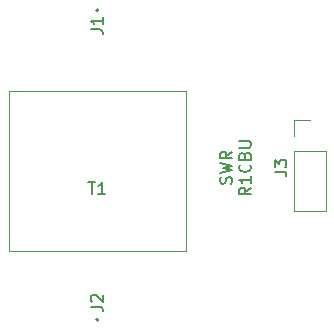
<source format=gbr>
%TF.GenerationSoftware,KiCad,Pcbnew,(5.99.0-12374-g2479e1d7b1)*%
%TF.CreationDate,2021-11-10T00:42:55+03:00*%
%TF.ProjectId,swr,7377722e-6b69-4636-9164-5f7063625858,rev?*%
%TF.SameCoordinates,Original*%
%TF.FileFunction,Legend,Top*%
%TF.FilePolarity,Positive*%
%FSLAX46Y46*%
G04 Gerber Fmt 4.6, Leading zero omitted, Abs format (unit mm)*
G04 Created by KiCad (PCBNEW (5.99.0-12374-g2479e1d7b1)) date 2021-11-10 00:42:55*
%MOMM*%
%LPD*%
G01*
G04 APERTURE LIST*
%ADD10C,0.150000*%
%ADD11C,0.200000*%
%ADD12C,0.120000*%
G04 APERTURE END LIST*
D10*
X158349761Y-87082142D02*
X158397380Y-86939285D01*
X158397380Y-86701190D01*
X158349761Y-86605952D01*
X158302142Y-86558333D01*
X158206904Y-86510714D01*
X158111666Y-86510714D01*
X158016428Y-86558333D01*
X157968809Y-86605952D01*
X157921190Y-86701190D01*
X157873571Y-86891666D01*
X157825952Y-86986904D01*
X157778333Y-87034523D01*
X157683095Y-87082142D01*
X157587857Y-87082142D01*
X157492619Y-87034523D01*
X157445000Y-86986904D01*
X157397380Y-86891666D01*
X157397380Y-86653571D01*
X157445000Y-86510714D01*
X157397380Y-86177380D02*
X158397380Y-85939285D01*
X157683095Y-85748809D01*
X158397380Y-85558333D01*
X157397380Y-85320238D01*
X158397380Y-84367857D02*
X157921190Y-84701190D01*
X158397380Y-84939285D02*
X157397380Y-84939285D01*
X157397380Y-84558333D01*
X157445000Y-84463095D01*
X157492619Y-84415476D01*
X157587857Y-84367857D01*
X157730714Y-84367857D01*
X157825952Y-84415476D01*
X157873571Y-84463095D01*
X157921190Y-84558333D01*
X157921190Y-84939285D01*
X160007380Y-87415476D02*
X159531190Y-87748809D01*
X160007380Y-87986904D02*
X159007380Y-87986904D01*
X159007380Y-87605952D01*
X159055000Y-87510714D01*
X159102619Y-87463095D01*
X159197857Y-87415476D01*
X159340714Y-87415476D01*
X159435952Y-87463095D01*
X159483571Y-87510714D01*
X159531190Y-87605952D01*
X159531190Y-87986904D01*
X160007380Y-86463095D02*
X160007380Y-87034523D01*
X160007380Y-86748809D02*
X159007380Y-86748809D01*
X159150238Y-86844047D01*
X159245476Y-86939285D01*
X159293095Y-87034523D01*
X159912142Y-85463095D02*
X159959761Y-85510714D01*
X160007380Y-85653571D01*
X160007380Y-85748809D01*
X159959761Y-85891666D01*
X159864523Y-85986904D01*
X159769285Y-86034523D01*
X159578809Y-86082142D01*
X159435952Y-86082142D01*
X159245476Y-86034523D01*
X159150238Y-85986904D01*
X159055000Y-85891666D01*
X159007380Y-85748809D01*
X159007380Y-85653571D01*
X159055000Y-85510714D01*
X159102619Y-85463095D01*
X159483571Y-84701190D02*
X159531190Y-84558333D01*
X159578809Y-84510714D01*
X159674047Y-84463095D01*
X159816904Y-84463095D01*
X159912142Y-84510714D01*
X159959761Y-84558333D01*
X160007380Y-84653571D01*
X160007380Y-85034523D01*
X159007380Y-85034523D01*
X159007380Y-84701190D01*
X159055000Y-84605952D01*
X159102619Y-84558333D01*
X159197857Y-84510714D01*
X159293095Y-84510714D01*
X159388333Y-84558333D01*
X159435952Y-84605952D01*
X159483571Y-84701190D01*
X159483571Y-85034523D01*
X159007380Y-84034523D02*
X159816904Y-84034523D01*
X159912142Y-83986904D01*
X159959761Y-83939285D01*
X160007380Y-83844047D01*
X160007380Y-83653571D01*
X159959761Y-83558333D01*
X159912142Y-83510714D01*
X159816904Y-83463095D01*
X159007380Y-83463095D01*
%TO.C,J1*%
X146452380Y-73993333D02*
X147166666Y-73993333D01*
X147309523Y-74040952D01*
X147404761Y-74136190D01*
X147452380Y-74279047D01*
X147452380Y-74374285D01*
X147452380Y-72993333D02*
X147452380Y-73564761D01*
X147452380Y-73279047D02*
X146452380Y-73279047D01*
X146595238Y-73374285D01*
X146690476Y-73469523D01*
X146738095Y-73564761D01*
%TO.C,J2*%
X146452380Y-97488333D02*
X147166666Y-97488333D01*
X147309523Y-97535952D01*
X147404761Y-97631190D01*
X147452380Y-97774047D01*
X147452380Y-97869285D01*
X146547619Y-97059761D02*
X146500000Y-97012142D01*
X146452380Y-96916904D01*
X146452380Y-96678809D01*
X146500000Y-96583571D01*
X146547619Y-96535952D01*
X146642857Y-96488333D01*
X146738095Y-96488333D01*
X146880952Y-96535952D01*
X147452380Y-97107380D01*
X147452380Y-96488333D01*
%TO.C,J3*%
X162012380Y-86058333D02*
X162726666Y-86058333D01*
X162869523Y-86105952D01*
X162964761Y-86201190D01*
X163012380Y-86344047D01*
X163012380Y-86439285D01*
X162012380Y-85677380D02*
X162012380Y-85058333D01*
X162393333Y-85391666D01*
X162393333Y-85248809D01*
X162440952Y-85153571D01*
X162488571Y-85105952D01*
X162583809Y-85058333D01*
X162821904Y-85058333D01*
X162917142Y-85105952D01*
X162964761Y-85153571D01*
X163012380Y-85248809D01*
X163012380Y-85534523D01*
X162964761Y-85629761D01*
X162917142Y-85677380D01*
%TO.C,T1*%
X146238095Y-86952380D02*
X146809523Y-86952380D01*
X146523809Y-87952380D02*
X146523809Y-86952380D01*
X147666666Y-87952380D02*
X147095238Y-87952380D01*
X147380952Y-87952380D02*
X147380952Y-86952380D01*
X147285714Y-87095238D01*
X147190476Y-87190476D01*
X147095238Y-87238095D01*
D11*
%TO.C,J1*%
X147100000Y-72400000D02*
G75*
G03*
X147100000Y-72400000I-100000J0D01*
G01*
%TO.C,J2*%
X147100000Y-98600000D02*
G75*
G03*
X147100000Y-98600000I-100000J0D01*
G01*
D12*
%TO.C,J3*%
X163670000Y-89410000D02*
X166330000Y-89410000D01*
X163670000Y-84270000D02*
X166330000Y-84270000D01*
X163670000Y-84270000D02*
X163670000Y-89410000D01*
X163670000Y-83000000D02*
X163670000Y-81670000D01*
X163670000Y-81670000D02*
X165000000Y-81670000D01*
X166330000Y-84270000D02*
X166330000Y-89410000D01*
%TO.C,T1*%
X154500000Y-79250000D02*
X154500000Y-92750000D01*
X139500000Y-92750000D02*
X139500000Y-79250000D01*
X154500000Y-92750000D02*
X139500000Y-92750000D01*
X139500000Y-79250000D02*
X154500000Y-79250000D01*
%TD*%
M02*

</source>
